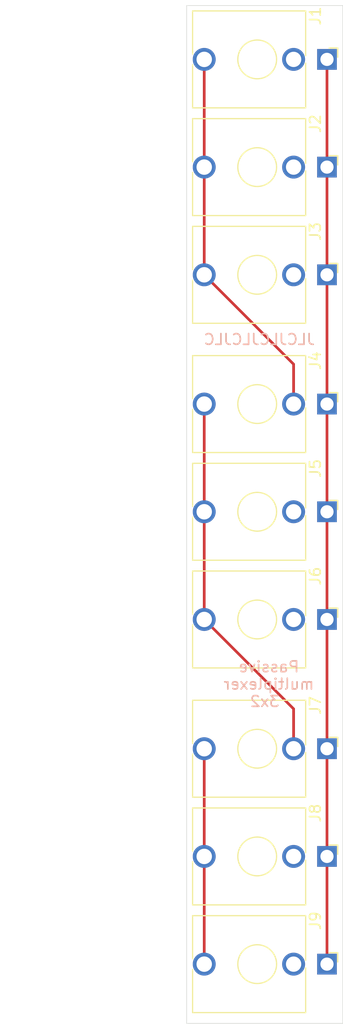
<source format=kicad_pcb>
(kicad_pcb (version 20221018) (generator pcbnew)
  (layers (0 "F.Cu" signal) (31 "B.Cu" signal) (34 "B.Paste" user) (35 "F.Paste" user) (36 "B.SilkS" user "B.Silkscreen") (37 "F.SilkS" user "F.Silkscreen") (38 "B.Mask" user) (39 "F.Mask" user) (44 "Edge.Cuts" user))
  (net 0 "")
  (net 2 "GND")
  (net 5 "Net-(J4-PadT)")
  (net 8 "Net-(J7-PadT)")
  (net 11 "Net-(J1-PadT)")
  (footprint "Kicad-perso:Thonkiconn" (layer "F.Cu") (at 65.78 94 -90)
    (fp_text reference "J6" (at -4.03 1.08 90) (layer "F.SilkS"))
    (fp_text value "Out2")
    (fp_line (start -4.5 1.98) (end -4.5 12.48) (stroke (width 0.12)) (layer "F.SilkS"))
    (fp_line (start -1.06 -1) (end -1.06 -0.2) (stroke (width 0.12)) (layer "F.SilkS"))
    (fp_line (start -1.06 -1) (end -0.2 -1) (stroke (width 0.12)) (layer "F.SilkS"))
    (fp_line (start -0.5 12.48) (end -4.5 12.48) (stroke (width 0.12)) (layer "F.SilkS"))
    (fp_line (start -0.35 1.98) (end -4.5 1.98) (stroke (width 0.12)) (layer "F.SilkS"))
    (fp_line (start 4.5 1.98) (end 0.35 1.98) (stroke (width 0.12)) (layer "F.SilkS"))
    (fp_line (start 4.5 1.98) (end 4.5 12.48) (stroke (width 0.12)) (layer "F.SilkS"))
    (fp_line (start 4.5 12.48) (end 0.5 12.48) (stroke (width 0.12)) (layer "F.SilkS"))
    (fp_circle (center 0 6.48) (end 1.8 6.48) (stroke (width 0.12)) (fill none) (layer "F.SilkS"))
    (pad "S" thru_hole rect (at 0 0 90) (size 1.93 1.83) (drill 1.22) (layers "*.Cu" "*.Mask") (net 2 "GND"))
    (pad "T" thru_hole circle (at 0 11.4 90) (size 2.13 2.13) (drill 1.43) (layers "*.Cu" "*.Mask") (net 5 "Net-(J4-PadT)"))
    (pad "TN" thru_hole circle (at 0 3.1 90) (size 2.13 2.13) (drill 1.42) (layers "*.Cu" "*.Mask"))
  )
  (footprint "Kicad-perso:Thonkiconn" (layer "F.Cu") (at 65.78 74 -90)
    (fp_text reference "J4" (at -4.03 1.08 90) (layer "F.SilkS"))
    (fp_text value "In2")
    (fp_line (start -4.5 1.98) (end -4.5 12.48) (stroke (width 0.12)) (layer "F.SilkS"))
    (fp_line (start -1.06 -1) (end -1.06 -0.2) (stroke (width 0.12)) (layer "F.SilkS"))
    (fp_line (start -1.06 -1) (end -0.2 -1) (stroke (width 0.12)) (layer "F.SilkS"))
    (fp_line (start -0.5 12.48) (end -4.5 12.48) (stroke (width 0.12)) (layer "F.SilkS"))
    (fp_line (start -0.35 1.98) (end -4.5 1.98) (stroke (width 0.12)) (layer "F.SilkS"))
    (fp_line (start 4.5 1.98) (end 0.35 1.98) (stroke (width 0.12)) (layer "F.SilkS"))
    (fp_line (start 4.5 1.98) (end 4.5 12.48) (stroke (width 0.12)) (layer "F.SilkS"))
    (fp_line (start 4.5 12.48) (end 0.5 12.48) (stroke (width 0.12)) (layer "F.SilkS"))
    (fp_circle (center 0 6.48) (end 1.8 6.48) (stroke (width 0.12)) (fill none) (layer "F.SilkS"))
    (pad "S" thru_hole rect (at 0 0 90) (size 1.93 1.83) (drill 1.22) (layers "*.Cu" "*.Mask") (net 2 "GND"))
    (pad "T" thru_hole circle (at 0 11.4 90) (size 2.13 2.13) (drill 1.43) (layers "*.Cu" "*.Mask") (net 5 "Net-(J4-PadT)"))
    (pad "TN" thru_hole circle (at 0 3.1 90) (size 2.13 2.13) (drill 1.42) (layers "*.Cu" "*.Mask") (net 11 "Net-(J1-PadT)"))
  )
  (footprint "Kicad-perso:Thonkiconn" (layer "F.Cu") (at 65.78 126 -90)
    (fp_text reference "J9" (at -4.03 1.08 90) (layer "F.SilkS"))
    (fp_text value "Out3")
    (fp_line (start -4.5 1.98) (end -4.5 12.48) (stroke (width 0.12)) (layer "F.SilkS"))
    (fp_line (start -1.06 -1) (end -1.06 -0.2) (stroke (width 0.12)) (layer "F.SilkS"))
    (fp_line (start -1.06 -1) (end -0.2 -1) (stroke (width 0.12)) (layer "F.SilkS"))
    (fp_line (start -0.5 12.48) (end -4.5 12.48) (stroke (width 0.12)) (layer "F.SilkS"))
    (fp_line (start -0.35 1.98) (end -4.5 1.98) (stroke (width 0.12)) (layer "F.SilkS"))
    (fp_line (start 4.5 1.98) (end 0.35 1.98) (stroke (width 0.12)) (layer "F.SilkS"))
    (fp_line (start 4.5 1.98) (end 4.5 12.48) (stroke (width 0.12)) (layer "F.SilkS"))
    (fp_line (start 4.5 12.48) (end 0.5 12.48) (stroke (width 0.12)) (layer "F.SilkS"))
    (fp_circle (center 0 6.48) (end 1.8 6.48) (stroke (width 0.12)) (fill none) (layer "F.SilkS"))
    (pad "S" thru_hole rect (at 0 0 90) (size 1.93 1.83) (drill 1.22) (layers "*.Cu" "*.Mask") (net 2 "GND"))
    (pad "T" thru_hole circle (at 0 11.4 90) (size 2.13 2.13) (drill 1.43) (layers "*.Cu" "*.Mask") (net 8 "Net-(J7-PadT)"))
    (pad "TN" thru_hole circle (at 0 3.1 90) (size 2.13 2.13) (drill 1.42) (layers "*.Cu" "*.Mask"))
  )
  (footprint "Kicad-perso:Thonkiconn" (layer "F.Cu") (at 65.78 84 -90)
    (fp_text reference "J5" (at -4.03 1.08 90) (layer "F.SilkS"))
    (fp_text value "Out2")
    (fp_line (start -4.5 1.98) (end -4.5 12.48) (stroke (width 0.12)) (layer "F.SilkS"))
    (fp_line (start -1.06 -1) (end -1.06 -0.2) (stroke (width 0.12)) (layer "F.SilkS"))
    (fp_line (start -1.06 -1) (end -0.2 -1) (stroke (width 0.12)) (layer "F.SilkS"))
    (fp_line (start -0.5 12.48) (end -4.5 12.48) (stroke (width 0.12)) (layer "F.SilkS"))
    (fp_line (start -0.35 1.98) (end -4.5 1.98) (stroke (width 0.12)) (layer "F.SilkS"))
    (fp_line (start 4.5 1.98) (end 0.35 1.98) (stroke (width 0.12)) (layer "F.SilkS"))
    (fp_line (start 4.5 1.98) (end 4.5 12.48) (stroke (width 0.12)) (layer "F.SilkS"))
    (fp_line (start 4.5 12.48) (end 0.5 12.48) (stroke (width 0.12)) (layer "F.SilkS"))
    (fp_circle (center 0 6.48) (end 1.8 6.48) (stroke (width 0.12)) (fill none) (layer "F.SilkS"))
    (pad "S" thru_hole rect (at 0 0 90) (size 1.93 1.83) (drill 1.22) (layers "*.Cu" "*.Mask") (net 2 "GND"))
    (pad "T" thru_hole circle (at 0 11.4 90) (size 2.13 2.13) (drill 1.43) (layers "*.Cu" "*.Mask") (net 5 "Net-(J4-PadT)"))
    (pad "TN" thru_hole circle (at 0 3.1 90) (size 2.13 2.13) (drill 1.42) (layers "*.Cu" "*.Mask"))
  )
  (footprint "Kicad-perso:Thonkiconn" (layer "F.Cu") (at 65.78 106 -90)
    (fp_text reference "J7" (at -4.03 1.08 90) (layer "F.SilkS"))
    (fp_text value "In3")
    (fp_line (start -4.5 1.98) (end -4.5 12.48) (stroke (width 0.12)) (layer "F.SilkS"))
    (fp_line (start -1.06 -1) (end -1.06 -0.2) (stroke (width 0.12)) (layer "F.SilkS"))
    (fp_line (start -1.06 -1) (end -0.2 -1) (stroke (width 0.12)) (layer "F.SilkS"))
    (fp_line (start -0.5 12.48) (end -4.5 12.48) (stroke (width 0.12)) (layer "F.SilkS"))
    (fp_line (start -0.35 1.98) (end -4.5 1.98) (stroke (width 0.12)) (layer "F.SilkS"))
    (fp_line (start 4.5 1.98) (end 0.35 1.98) (stroke (width 0.12)) (layer "F.SilkS"))
    (fp_line (start 4.5 1.98) (end 4.5 12.48) (stroke (width 0.12)) (layer "F.SilkS"))
    (fp_line (start 4.5 12.48) (end 0.5 12.48) (stroke (width 0.12)) (layer "F.SilkS"))
    (fp_circle (center 0 6.48) (end 1.8 6.48) (stroke (width 0.12)) (fill none) (layer "F.SilkS"))
    (pad "S" thru_hole rect (at 0 0 90) (size 1.93 1.83) (drill 1.22) (layers "*.Cu" "*.Mask") (net 2 "GND"))
    (pad "T" thru_hole circle (at 0 11.4 90) (size 2.13 2.13) (drill 1.43) (layers "*.Cu" "*.Mask") (net 8 "Net-(J7-PadT)"))
    (pad "TN" thru_hole circle (at 0 3.1 90) (size 2.13 2.13) (drill 1.42) (layers "*.Cu" "*.Mask") (net 5 "Net-(J4-PadT)"))
  )
  (footprint "Kicad-perso:Thonkiconn" (layer "F.Cu") (at 65.78 62 -90)
    (fp_text reference "J3" (at -4.03 1.08 90) (layer "F.SilkS"))
    (fp_text value "Out1")
    (fp_line (start -4.5 1.98) (end -4.5 12.48) (stroke (width 0.12)) (layer "F.SilkS"))
    (fp_line (start -1.06 -1) (end -1.06 -0.2) (stroke (width 0.12)) (layer "F.SilkS"))
    (fp_line (start -1.06 -1) (end -0.2 -1) (stroke (width 0.12)) (layer "F.SilkS"))
    (fp_line (start -0.5 12.48) (end -4.5 12.48) (stroke (width 0.12)) (layer "F.SilkS"))
    (fp_line (start -0.35 1.98) (end -4.5 1.98) (stroke (width 0.12)) (layer "F.SilkS"))
    (fp_line (start 4.5 1.98) (end 0.35 1.98) (stroke (width 0.12)) (layer "F.SilkS"))
    (fp_line (start 4.5 1.98) (end 4.5 12.48) (stroke (width 0.12)) (layer "F.SilkS"))
    (fp_line (start 4.5 12.48) (end 0.5 12.48) (stroke (width 0.12)) (layer "F.SilkS"))
    (fp_circle (center 0 6.48) (end 1.8 6.48) (stroke (width 0.12)) (fill none) (layer "F.SilkS"))
    (pad "S" thru_hole rect (at 0 0 90) (size 1.93 1.83) (drill 1.22) (layers "*.Cu" "*.Mask") (net 2 "GND"))
    (pad "T" thru_hole circle (at 0 11.4 90) (size 2.13 2.13) (drill 1.43) (layers "*.Cu" "*.Mask") (net 11 "Net-(J1-PadT)"))
    (pad "TN" thru_hole circle (at 0 3.1 90) (size 2.13 2.13) (drill 1.42) (layers "*.Cu" "*.Mask"))
  )
  (footprint "Kicad-perso:Thonkiconn" (layer "F.Cu") (at 65.78 42 -90)
    (fp_text reference "J1" (at -4.03 1.08 90) (layer "F.SilkS"))
    (fp_text value "In1")
    (fp_line (start -4.5 1.98) (end -4.5 12.48) (stroke (width 0.12)) (layer "F.SilkS"))
    (fp_line (start -1.06 -1) (end -1.06 -0.2) (stroke (width 0.12)) (layer "F.SilkS"))
    (fp_line (start -1.06 -1) (end -0.2 -1) (stroke (width 0.12)) (layer "F.SilkS"))
    (fp_line (start -0.5 12.48) (end -4.5 12.48) (stroke (width 0.12)) (layer "F.SilkS"))
    (fp_line (start -0.35 1.98) (end -4.5 1.98) (stroke (width 0.12)) (layer "F.SilkS"))
    (fp_line (start 4.5 1.98) (end 0.35 1.98) (stroke (width 0.12)) (layer "F.SilkS"))
    (fp_line (start 4.5 1.98) (end 4.5 12.48) (stroke (width 0.12)) (layer "F.SilkS"))
    (fp_line (start 4.5 12.48) (end 0.5 12.48) (stroke (width 0.12)) (layer "F.SilkS"))
    (fp_circle (center 0 6.48) (end 1.8 6.48) (stroke (width 0.12)) (fill none) (layer "F.SilkS"))
    (pad "S" thru_hole rect (at 0 0 90) (size 1.93 1.83) (drill 1.22) (layers "*.Cu" "*.Mask") (net 2 "GND"))
    (pad "T" thru_hole circle (at 0 11.4 90) (size 2.13 2.13) (drill 1.43) (layers "*.Cu" "*.Mask") (net 11 "Net-(J1-PadT)"))
    (pad "TN" thru_hole circle (at 0 3.1 90) (size 2.13 2.13) (drill 1.42) (layers "*.Cu" "*.Mask"))
  )
  (footprint "Kicad-perso:Thonkiconn" (layer "F.Cu") (at 65.78 116 -90)
    (fp_text reference "J8" (at -4.03 1.08 90) (layer "F.SilkS"))
    (fp_text value "Out3")
    (fp_line (start -4.5 1.98) (end -4.5 12.48) (stroke (width 0.12)) (layer "F.SilkS"))
    (fp_line (start -1.06 -1) (end -1.06 -0.2) (stroke (width 0.12)) (layer "F.SilkS"))
    (fp_line (start -1.06 -1) (end -0.2 -1) (stroke (width 0.12)) (layer "F.SilkS"))
    (fp_line (start -0.5 12.48) (end -4.5 12.48) (stroke (width 0.12)) (layer "F.SilkS"))
    (fp_line (start -0.35 1.98) (end -4.5 1.98) (stroke (width 0.12)) (layer "F.SilkS"))
    (fp_line (start 4.5 1.98) (end 0.35 1.98) (stroke (width 0.12)) (layer "F.SilkS"))
    (fp_line (start 4.5 1.98) (end 4.5 12.48) (stroke (width 0.12)) (layer "F.SilkS"))
    (fp_line (start 4.5 12.48) (end 0.5 12.48) (stroke (width 0.12)) (layer "F.SilkS"))
    (fp_circle (center 0 6.48) (end 1.8 6.48) (stroke (width 0.12)) (fill none) (layer "F.SilkS"))
    (pad "S" thru_hole rect (at 0 0 90) (size 1.93 1.83) (drill 1.22) (layers "*.Cu" "*.Mask") (net 2 "GND"))
    (pad "T" thru_hole circle (at 0 11.4 90) (size 2.13 2.13) (drill 1.43) (layers "*.Cu" "*.Mask") (net 8 "Net-(J7-PadT)"))
    (pad "TN" thru_hole circle (at 0 3.1 90) (size 2.13 2.13) (drill 1.42) (layers "*.Cu" "*.Mask"))
  )
  (footprint "Kicad-perso:Thonkiconn" (layer "F.Cu") (at 65.78 52 -90)
    (fp_text reference "J2" (at -4.03 1.08 90) (layer "F.SilkS"))
    (fp_text value "Out1")
    (fp_line (start -4.5 1.98) (end -4.5 12.48) (stroke (width 0.12)) (layer "F.SilkS"))
    (fp_line (start -1.06 -1) (end -1.06 -0.2) (stroke (width 0.12)) (layer "F.SilkS"))
    (fp_line (start -1.06 -1) (end -0.2 -1) (stroke (width 0.12)) (layer "F.SilkS"))
    (fp_line (start -0.5 12.48) (end -4.5 12.48) (stroke (width 0.12)) (layer "F.SilkS"))
    (fp_line (start -0.35 1.98) (end -4.5 1.98) (stroke (width 0.12)) (layer "F.SilkS"))
    (fp_line (start 4.5 1.98) (end 0.35 1.98) (stroke (width 0.12)) (layer "F.SilkS"))
    (fp_line (start 4.5 1.98) (end 4.5 12.48) (stroke (width 0.12)) (layer "F.SilkS"))
    (fp_line (start 4.5 12.48) (end 0.5 12.48) (stroke (width 0.12)) (layer "F.SilkS"))
    (fp_circle (center 0 6.48) (end 1.8 6.48) (stroke (width 0.12)) (fill none) (layer "F.SilkS"))
    (pad "S" thru_hole rect (at 0 0 90) (size 1.93 1.83) (drill 1.22) (layers "*.Cu" "*.Mask") (net 2 "GND"))
    (pad "T" thru_hole circle (at 0 11.4 90) (size 2.13 2.13) (drill 1.43) (layers "*.Cu" "*.Mask") (net 11 "Net-(J1-PadT)"))
    (pad "TN" thru_hole circle (at 0 3.1 90) (size 2.13 2.13) (drill 1.42) (layers "*.Cu" "*.Mask"))
  )
  (gr_line (start 52.75 37) (end 67.25 37) (stroke (width 0.05)) (layer "Edge.Cuts"))
  (gr_line (start 67.25 37) (end 67.25 131.5) (stroke (width 0.05)) (layer "Edge.Cuts"))
  (gr_line (start 52.75 131.5) (end 67.25 131.5) (stroke (width 0.05)) (layer "Edge.Cuts"))
  (gr_line (start 52.75 37) (end 52.75 131.5) (stroke (width 0.05)) (layer "Edge.Cuts"))
  (gr_text "JLCJLCJLCJLC\n" (at 59.5 68) (layer "B.SilkS") (effects (font (size 1 1)) (justify mirror)))
  (gr_text "Passive \nmultiplexer \n3x2" (at 60 100) (layer "B.SilkS") (effects (font (size 1 1)) (justify mirror)))
  (segment (start 65.78 42) (end 65.78 126) (width 0.25) (layer "F.Cu") (net 2))
  (segment (start 62.68 106) (end 62.68 102.3) (width 0.25) (layer "F.Cu") (net 5))
  (segment (start 62.68 102.3) (end 54.38 94) (width 0.25) (layer "F.Cu") (net 5))
  (segment (start 54.38 94) (end 54.38 74) (width 0.25) (layer "F.Cu") (net 5))
  (segment (start 54.38 126) (end 54.38 106) (width 0.25) (layer "F.Cu") (net 8))
  (segment (start 62.68 70.3) (end 54.38 62) (width 0.25) (layer "F.Cu") (net 11))
  (segment (start 62.68 74) (end 62.68 70.3) (width 0.25) (layer "F.Cu") (net 11))
  (segment (start 54.38 52) (end 54.38 62) (width 0.25) (layer "F.Cu") (net 11))
  (segment (start 54.38 42) (end 54.38 52) (width 0.25) (layer "F.Cu") (net 11))
)
</source>
